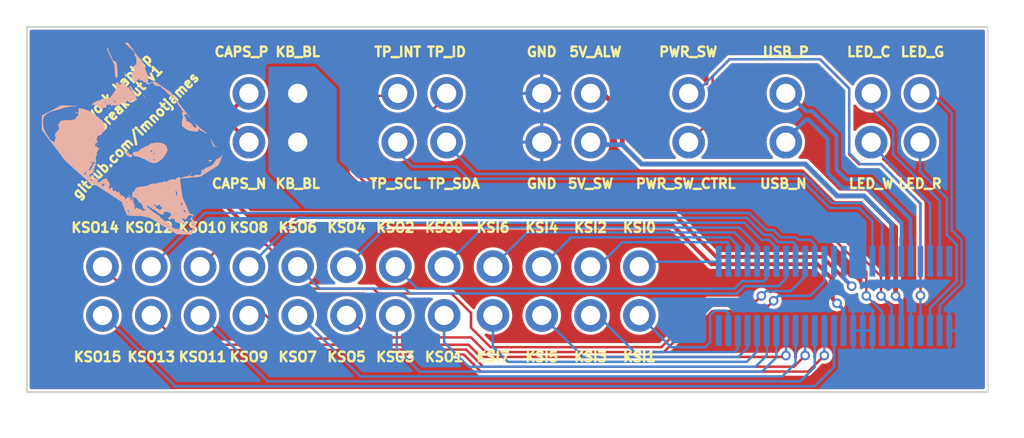
<source format=kicad_pcb>
(kicad_pcb (version 20211014) (generator pcbnew)
  (title_block (rev "1"))
  (layers (0 "F.Cu" signal) (31 "B.Cu" signal) (34 "B.Paste" user) (35 "F.Paste" user) (36 "B.SilkS" user "B.Silkscreen") (37 "F.SilkS" user "F.Silkscreen") (38 "B.Mask" user) (39 "F.Mask" user) (44 "Edge.Cuts" user))
  (net 0 "")
  (net 1 "GND")
  (net 2 "KSI1")
  (net 3 "KSI3")
  (net 4 "KSI5")
  (net 5 "KSI7")
  (net 6 "KSO1")
  (net 7 "KSO3")
  (net 8 "KSO5")
  (net 9 "KSO7")
  (net 10 "KSO9")
  (net 11 "KSO11")
  (net 12 "KSO13")
  (net 13 "KSO15")
  (net 14 "CAPS_P")
  (net 15 "TP_INT")
  (net 16 "TP_BOARD_ID")
  (net 17 "5V_ALWAYS")
  (net 18 "PWR_SWITCH_CTRL")
  (net 19 "FPR_LED_R")
  (net 20 "FPR_LED_G")
  (net 22 "FPR_LED_COM")
  (net 23 "FPR_LED_W")
  (net 24 "PWR_SWITCH")
  (net 25 "USB_P")
  (net 26 "USB_N")
  (net 27 "5V_SWITCHED")
  (net 28 "TP_SDA")
  (net 29 "TP_SCL")
  (net 30 "KBL_P")
  (net 31 "CAPS_N")
  (net 32 "KSO14")
  (net 33 "KSO12")
  (net 34 "KSO10")
  (net 35 "KSO8")
  (net 36 "KSO6")
  (net 37 "KSO4")
  (net 38 "KSO2")
  (net 39 "KSO0")
  (net 40 "KSI6")
  (net 41 "KSI4")
  (net 42 "KSI2")
  (net 43 "KSI0")
  (footprint "Connector_PinSocket_2.54mm:PinSocket_2x02_P2.54mm_Vertical" (layer "F.Cu") (at 139.84 89.459)
    (fp_text reference "J3" hide)
    (fp_text value "TOUCHPAD" hide)
    (pad "1" thru_hole circle (at 0 0) (size 1.7 1.7) (drill 1) (layers *.Cu *.Mask) (net 16 "TP_BOARD_ID"))
    (pad "2" thru_hole oval (at -2.54 0) (size 1.7 1.7) (drill 1) (layers *.Cu *.Mask) (net 15 "TP_INT"))
    (pad "3" thru_hole oval (at 0 2.54) (size 1.7 1.7) (drill 1) (layers *.Cu *.Mask) (net 28 "TP_SDA"))
    (pad "4" thru_hole oval (at -2.54 2.54) (size 1.7 1.7) (drill 1) (layers *.Cu *.Mask) (net 29 "TP_SCL"))
  )
  (footprint "Connector_PinSocket_2.54mm:PinSocket_2x02_P2.54mm_Vertical" (layer "F.Cu") (at 147.333 89.459)
    (fp_text reference "J8" hide)
    (fp_text value "POWER" hide)
    (pad "1" thru_hole circle (at 0 0) (size 1.7 1.7) (drill 1) (layers *.Cu *.Mask) (net 17 "5V_ALWAYS"))
    (pad "2" thru_hole oval (at -2.54 0) (size 1.7 1.7) (drill 1) (layers *.Cu *.Mask) (net 1 "GND"))
    (pad "3" thru_hole oval (at 0 2.54) (size 1.7 1.7) (drill 1) (layers *.Cu *.Mask) (net 27 "5V_SWITCHED"))
    (pad "4" thru_hole oval (at -2.54 2.54) (size 1.7 1.7) (drill 1) (layers *.Cu *.Mask) (net 1 "GND"))
  )
  (footprint "Connector_PinSocket_2.54mm:PinSocket_1x02_P2.54mm_Vertical" (layer "F.Cu") (at 157.493 89.459)
    (fp_text reference "J4" hide)
    (fp_text value "USB" hide)
    (pad "1" thru_hole circle (at 0 0) (size 1.7 1.7) (drill 1) (layers *.Cu *.Mask) (net 25 "USB_P"))
    (pad "2" thru_hole oval (at 0 2.54) (size 1.7 1.7) (drill 1) (layers *.Cu *.Mask) (net 26 "USB_N"))
  )
  (footprint "Connector_PinSocket_2.54mm:PinSocket_1x02_P2.54mm_Vertical" (layer "F.Cu") (at 152.437999 89.459)
    (fp_text reference "J7" hide)
    (fp_text value "POWER_SWITCH" hide)
    (pad "1" thru_hole circle (at 0 0) (size 1.7 1.7) (drill 1) (layers *.Cu *.Mask) (net 24 "PWR_SWITCH"))
    (pad "2" thru_hole oval (at 0 2.54) (size 1.7 1.7) (drill 1) (layers *.Cu *.Mask) (net 18 "PWR_SWITCH_CTRL"))
  )
  (footprint "Connector_PinSocket_2.54mm:PinSocket_2x02_P2.54mm_Vertical" (layer "F.Cu") (at 132.093 89.459)
    (fp_text reference "J6" hide)
    (fp_text value "KEYBOARD_BACKLIGHT" hide)
    (pad "1" thru_hole circle (at 0 0) (size 1.7 1.7) (drill 1) (layers *.Cu *.Mask) (net 30 "KBL_P"))
    (pad "2" thru_hole oval (at -2.54 0) (size 1.7 1.7) (drill 1) (layers *.Cu *.Mask) (net 14 "CAPS_P"))
    (pad "3" thru_hole oval (at 0 2.54) (size 1.7 1.7) (drill 1) (layers *.Cu *.Mask) (net 30 "KBL_P"))
    (pad "4" thru_hole oval (at -2.54 2.54) (size 1.7 1.7) (drill 1) (layers *.Cu *.Mask) (net 31 "CAPS_N"))
  )
  (footprint "Connector_PinSocket_2.54mm:PinSocket_2x12_P2.54mm_Vertical" (layer "F.Cu") (at 121.933 98.476 90)
    (fp_text reference "J2" hide)
    (fp_text value "KEEB_SCANNER" hide)
    (pad "1" thru_hole circle (at 0 0 90) (size 1.7 1.7) (drill 1) (layers *.Cu *.Mask) (net 32 "KSO14"))
    (pad "2" thru_hole oval (at -2.54 0 90) (size 1.7 1.7) (drill 1) (layers *.Cu *.Mask) (net 13 "KSO15"))
    (pad "3" thru_hole oval (at 0 2.54 90) (size 1.7 1.7) (drill 1) (layers *.Cu *.Mask) (net 33 "KSO12"))
    (pad "4" thru_hole oval (at -2.54 2.54 90) (size 1.7 1.7) (drill 1) (layers *.Cu *.Mask) (net 12 "KSO13"))
    (pad "5" thru_hole oval (at 0 5.08 90) (size 1.7 1.7) (drill 1) (layers *.Cu *.Mask) (net 34 "KSO10"))
    (pad "6" thru_hole oval (at -2.54 5.08 90) (size 1.7 1.7) (drill 1) (layers *.Cu *.Mask) (net 11 "KSO11"))
    (pad "7" thru_hole oval (at 0 7.62 90) (size 1.7 1.7) (drill 1) (layers *.Cu *.Mask) (net 35 "KSO8"))
    (pad "8" thru_hole oval (at -2.54 7.62 90) (size 1.7 1.7) (drill 1) (layers *.Cu *.Mask) (net 10 "KSO9"))
    (pad "9" thru_hole oval (at 0 10.16 90) (size 1.7 1.7) (drill 1) (layers *.Cu *.Mask) (net 36 "KSO6"))
    (pad "10" thru_hole oval (at -2.54 10.16 90) (size 1.7 1.7) (drill 1) (layers *.Cu *.Mask) (net 9 "KSO7"))
    (pad "11" thru_hole oval (at 0 12.7 90) (size 1.7 1.7) (drill 1) (layers *.Cu *.Mask) (net 37 "KSO4"))
    (pad "12" thru_hole oval (at -2.54 12.7 90) (size 1.7 1.7) (drill 1) (layers *.Cu *.Mask) (net 8 "KSO5"))
    (pad "13" thru_hole oval (at 0 15.24 90) (size 1.7 1.7) (drill 1) (layers *.Cu *.Mask) (net 38 "KSO2"))
    (pad "14" thru_hole oval (at -2.54 15.24 90) (size 1.7 1.7) (drill 1) (layers *.Cu *.Mask) (net 7 "KSO3"))
    (pad "15" thru_hole oval (at 0 17.78 90) (size 1.7 1.7) (drill 1) (layers *.Cu *.Mask) (net 39 "KSO0"))
    (pad "16" thru_hole oval (at -2.54 17.78 90) (size 1.7 1.7) (drill 1) (layers *.Cu *.Mask) (net 6 "KSO1"))
    (pad "17" thru_hole oval (at 0 20.32 90) (size 1.7 1.7) (drill 1) (layers *.Cu *.Mask) (net 40 "KSI6"))
    (pad "18" thru_hole oval (at -2.54 20.32 90) (size 1.7 1.7) (drill 1) (layers *.Cu *.Mask) (net 5 "KSI7"))
    (pad "19" thru_hole oval (at 0 22.86 90) (size 1.7 1.7) (drill 1) (layers *.Cu *.Mask) (net 41 "KSI4"))
    (pad "20" thru_hole oval (at -2.54 22.86 90) (size 1.7 1.7) (drill 1) (layers *.Cu *.Mask) (net 4 "KSI5"))
    (pad "21" thru_hole oval (at 0 25.4 90) (size 1.7 1.7) (drill 1) (layers *.Cu *.Mask) (net 42 "KSI2"))
    (pad "22" thru_hole oval (at -2.54 25.4 90) (size 1.7 1.7) (drill 1) (layers *.Cu *.Mask) (net 3 "KSI3"))
    (pad "23" thru_hole oval (at 0 27.94 90) (size 1.7 1.7) (drill 1) (layers *.Cu *.Mask) (net 43 "KSI0"))
    (pad "24" thru_hole oval (at -2.54 27.94 90) (size 1.7 1.7) (drill 1) (layers *.Cu *.Mask) (net 2 "KSI1"))
  )
  (footprint "Connector_PinSocket_2.54mm:PinSocket_2x02_P2.54mm_Vertical" (layer "F.Cu") (at 164.478 89.459)
    (fp_text reference "J5" hide)
    (fp_text value "FINGERPRINT_LED" hide)
    (pad "1" thru_hole circle (at 0 0) (size 1.7 1.7) (drill 1) (layers *.Cu *.Mask) (net 20 "FPR_LED_G"))
    (pad "2" thru_hole oval (at -2.54 0) (size 1.7 1.7) (drill 1) (layers *.Cu *.Mask) (net 22 "FPR_LED_COM"))
    (pad "3" thru_hole oval (at 0 2.54) (size 1.7 1.7) (drill 1) (layers *.Cu *.Mask) (net 19 "FPR_LED_R"))
    (pad "4" thru_hole oval (at -2.54 2.54) (size 1.7 1.7) (drill 1) (layers *.Cu *.Mask) (net 23 "FPR_LED_W"))
  )
  (footprint "footprints:10156001-051100LF" (layer "B.Cu") (at 160 100)
    (fp_text reference "J1" hide)
    (fp_text value "Conn_02x25_Odd_Even" hide)
    (pad "1" smd rect (at -6 1.8) (size 0.3 1.6) (layers "B.Cu" "B.Paste" "B.Mask"))
    (pad "2" smd rect (at -5.5 1.8) (size 0.3 1.6) (layers "B.Cu" "B.Paste" "B.Mask") (net 2 "KSI1"))
    (pad "3" smd rect (at -5 1.8) (size 0.3 1.6) (layers "B.Cu" "B.Paste" "B.Mask") (net 3 "KSI3"))
    (pad "4" smd rect (at -4.5 1.8) (size 0.3 1.6) (layers "B.Cu" "B.Paste" "B.Mask") (net 4 "KSI5"))
    (pad "5" smd rect (at -4 1.8) (size 0.3 1.6) (layers "B.Cu" "B.Paste" "B.Mask") (net 5 "KSI7"))
    (pad "6" smd rect (at -3.5 1.8) (size 0.3 1.6) (layers "B.Cu" "B.Paste" "B.Mask") (net 6 "KSO1"))
    (pad "7" smd rect (at -3 1.8) (size 0.3 1.6) (layers "B.Cu" "B.Paste" "B.Mask") (net 7 "KSO3"))
    (pad "8" smd rect (at -2.5 1.8) (size 0.3 1.6) (layers "B.Cu" "B.Paste" "B.Mask") (net 8 "KSO5"))
    (pad "9" smd rect (at -2 1.8) (size 0.3 1.6) (layers "B.Cu" "B.Paste" "B.Mask") (net 9 "KSO7"))
    (pad "10" smd rect (at -1.5 1.8) (size 0.3 1.6) (layers "B.Cu" "B.Paste" "B.Mask") (net 10 "KSO9"))
    (pad "11" smd rect (at -1 1.8) (size 0.3 1.6) (layers "B.Cu" "B.Paste" "B.Mask") (net 11 "KSO11"))
    (pad "12" smd rect (at -0.5 1.8) (size 0.3 1.6) (layers "B.Cu" "B.Paste" "B.Mask") (net 12 "KSO13"))
    (pad "13" smd rect (at 0 1.8) (size 0.3 1.6) (layers "B.Cu" "B.Paste" "B.Mask") (net 13 "KSO15"))
    (pad "14" smd rect (at 0.5 1.8) (size 0.3 1.6) (layers "B.Cu" "B.Paste" "B.Mask") (net 14 "CAPS_P"))
    (pad "15" smd rect (at 1 1.8) (size 0.3 1.6) (layers "B.Cu" "B.Paste" "B.Mask") (net 1 "GND"))
    (pad "16" smd rect (at 1.5 1.8) (size 0.3 1.6) (layers "B.Cu" "B.Paste" "B.Mask") (net 1 "GND"))
    (pad "17" smd rect (at 2 1.8) (size 0.3 1.6) (layers "B.Cu" "B.Paste" "B.Mask") (net 1 "GND"))
    (pad "18" smd rect (at 2.5 1.8) (size 0.3 1.6) (layers "B.Cu" "B.Paste" "B.Mask") (net 15 "TP_INT"))
    (pad "19" smd rect (at 3 1.8) (size 0.3 1.6) (layers "B.Cu" "B.Paste" "B.Mask") (net 16 "TP_BOARD_ID"))
    (pad "20" smd rect (at 3.5 1.8) (size 0.3 1.6) (layers "B.Cu" "B.Paste" "B.Mask") (net 17 "5V_ALWAYS"))
    (pad "21" smd rect (at 4 1.8) (size 0.3 1.6) (layers "B.Cu" "B.Paste" "B.Mask") (net 1 "GND"))
    (pad "22" smd rect (at 4.5 1.8) (size 0.3 1.6) (layers "B.Cu" "B.Paste" "B.Mask") (net 18 "PWR_SWITCH_CTRL"))
    (pad "23" smd rect (at 5 1.8) (size 0.3 1.6) (layers "B.Cu" "B.Paste" "B.Mask") (net 19 "FPR_LED_R"))
    (pad "24" smd rect (at 5.5 1.8) (size 0.3 1.6) (layers "B.Cu" "B.Paste" "B.Mask") (net 20 "FPR_LED_G"))
    (pad "25" smd rect (at 6 1.8) (size 0.3 1.6) (layers "B.Cu" "B.Paste" "B.Mask") (net 1 "GND"))
    (pad "26" smd rect (at 6 -1.8) (size 0.3 1.6) (layers "B.Cu" "B.Paste" "B.Mask"))
    (pad "27" smd rect (at 5.5 -1.8) (size 0.3 1.6) (layers "B.Cu" "B.Paste" "B.Mask") (net 22 "FPR_LED_COM"))
    (pad "28" smd rect (at 5 -1.8) (size 0.3 1.6) (layers "B.Cu" "B.Paste" "B.Mask") (net 23 "FPR_LED_W"))
    (pad "29" smd rect (at 4.5 -1.8) (size 0.3 1.6) (layers "B.Cu" "B.Paste" "B.Mask") (net 24 "PWR_SWITCH"))
    (pad "30" smd rect (at 4 -1.8) (size 0.3 1.6) (layers "B.Cu" "B.Paste" "B.Mask") (net 25 "USB_P"))
    (pad "31" smd rect (at 3.5 -1.8) (size 0.3 1.6) (layers "B.Cu" "B.Paste" "B.Mask") (net 26 "USB_N"))
    (pad "32" smd rect (at 3 -1.8) (size 0.3 1.6) (layers "B.Cu" "B.Paste" "B.Mask") (net 27 "5V_SWITCHED"))
    (pad "33" smd rect (at 2.5 -1.8) (size 0.3 1.6) (layers "B.Cu" "B.Paste" "B.Mask") (net 28 "TP_SDA"))
    (pad "34" smd rect (at 2 -1.8) (size 0.3 1.6) (layers "B.Cu" "B.Paste" "B.Mask") (net 29 "TP_SCL"))
    (pad "35" smd rect (at 1.5 -1.8) (size 0.3 1.6) (layers "B.Cu" "B.Paste" "B.Mask") (net 30 "KBL_P"))
    (pad "36" smd rect (at 1 -1.8) (size 0.3 1.6) (layers "B.Cu" "B.Paste" "B.Mask") (net 30 "KBL_P"))
    (pad "37" smd rect (at 0.5 -1.8) (size 0.3 1.6) (layers "B.Cu" "B.Paste" "B.Mask") (net 31 "CAPS_N"))
    (pad "38" smd rect (at 0 -1.8) (size 0.3 1.6) (layers "B.Cu" "B.Paste" "B.Mask") (net 1 "GND"))
    (pad "39" smd rect (at -0.5 -1.8) (size 0.3 1.6) (layers "B.Cu" "B.Paste" "B.Mask") (net 32 "KSO14"))
    (pad "40" smd rect (at -1 -1.8) (size 0.3 1.6) (layers "B.Cu" "B.Paste" "B.Mask") (net 33 "KSO12"))
    (pad "41" smd rect (at -1.5 -1.8) (size 0.3 1.6) (layers "B.Cu" "B.Paste" "B.Mask") (net 34 "KSO10"))
    (pad "42" smd rect (at -2 -1.8) (size 0.3 1.6) (layers "B.Cu" "B.Paste" "B.Mask") (net 35 "KSO8"))
    (pad "43" smd rect (at -2.5 -1.8) (size 0.3 1.6) (layers "B.Cu" "B.Paste" "B.Mask") (net 36 "KSO6"))
    (pad "44" smd rect (at -3 -1.8) (size 0.3 1.6) (layers "B.Cu" "B.Paste" "B.Mask") (net 37 "KSO4"))
    (pad "45" smd rect (at -3.5 -1.8) (size 0.3 1.6) (layers "B.Cu" "B.Paste" "B.Mask") (net 38 "KSO2"))
    (pad "46" smd rect (at -4 -1.8) (size 0.3 1.6) (layers "B.Cu" "B.Paste" "B.Mask") (net 39 "KSO0"))
    (pad "47" smd rect (at -4.5 -1.8) (size 0.3 1.6) (layers "B.Cu" "B.Paste" "B.Mask") (net 40 "KSI6"))
    (pad "48" smd rect (at -5 -1.8) (size 0.3 1.6) (layers "B.Cu" "B.Paste" "B.Mask") (net 41 "KSI4"))
    (pad "49" smd rect (at -5.5 -1.8) (size 0.3 1.6) (layers "B.Cu" "B.Paste" "B.Mask") (net 42 "KSI2"))
    (pad "50" smd rect (at -6 -1.8) (size 0.3 1.6) (layers "B.Cu" "B.Paste" "B.Mask") (net 43 "KSI0"))
  )
  (footprint "footprints:trash_10mm" (layer "B.Cu") (at 123.5 91.8 180)
    (fp_text reference "G***" hide)
    (fp_text value "LOGO" hide)
  )
  (gr_rect (start 168 105) (end 118 86) (layer "Edge.Cuts") (width 0.1) (fill none))
  (gr_text "KB_BL" (at 132.093 87.3) (layer "F.SilkS") (effects (font (size 0.5 0.5) (thickness 0.125))))
  (gr_text "KSO11" (at 127.14 103.175) (layer "F.SilkS") (effects (font (size 0.5 0.5) (thickness 0.125))))
  (gr_text "KSO8" (at 129.553 96.444) (layer "F.SilkS") (effects (font (size 0.5 0.5) (thickness 0.125))))
  (gr_text "KSI1" (at 149.873 103.175) (layer "F.SilkS") (effects (font (size 0.5 0.5) (thickness 0.125))))
  (gr_text "KSI2" (at 147.333 96.444) (layer "F.SilkS") (effects (font (size 0.5 0.5) (thickness 0.125))))
  (gr_text "5V_ALW" (at 147.587 87.3) (layer "F.SilkS") (effects (font (size 0.5 0.5) (thickness 0.125))))
  (gr_text "KSO1" (at 139.713 103.175) (layer "F.SilkS") (effects (font (size 0.5 0.5) (thickness 0.125))))
  (gr_text "GND" (at 144.793 94.158) (layer "F.SilkS") (effects (font (size 0.5 0.5) (thickness 0.125))))
  (gr_text "KSI5" (at 144.793 103.175) (layer "F.SilkS") (effects (font (size 0.5 0.5) (thickness 0.125))))
  (gr_text "KSO5" (at 134.633 103.175) (layer "F.SilkS") (effects (font (size 0.5 0.5) (thickness 0.125))))
  (gr_text "TP_SDA" (at 140.221 94.158) (layer "F.SilkS") (effects (font (size 0.5 0.5) (thickness 0.125))))
  (gr_text "KSO7" (at 132.093 103.175) (layer "F.SilkS") (effects (font (size 0.5 0.5) (thickness 0.125))))
  (gr_text "PWR_SW" (at 152.413 87.3) (layer "F.SilkS") (effects (font (size 0.5 0.5) (thickness 0.125))))
  (gr_text "KSO12" (at 124.346 96.444) (layer "F.SilkS") (effects (font (size 0.5 0.5) (thickness 0.125))))
  (gr_text "LED_C" (at 161.811 87.3) (layer "F.SilkS") (effects (font (size 0.5 0.5) (thickness 0.125))))
  (gr_text "KSO14" (at 121.552 96.444) (layer "F.SilkS") (effects (font (size 0.5 0.5) (thickness 0.125))))
  (gr_text "KB_BL" (at 132.093 94.158) (layer "F.SilkS") (effects (font (size 0.5 0.5) (thickness 0.125))))
  (gr_text "LED_R" (at 164.478 94.158) (layer "F.SilkS") (effects (font (size 0.5 0.5) (thickness 0.125))))
  (gr_text "USB_N" (at 157.366 94.158) (layer "F.SilkS") (effects (font (size 0.5 0.5) (thickness 0.125))))
  (gr_text "Framework Laptop\nInput Breakout v${REVISION}\n\ngithub.com/imnotjames" (at 122.8 90.8 45) (layer "F.SilkS") (effects (font (size 0.5 0.5) (thickness 0.125))))
  (gr_text "TP_INT" (at 137.3 87.3) (layer "F.SilkS") (effects (font (size 0.5 0.5) (thickness 0.125))))
  (gr_text "CAPS_P" (at 129.172 87.3) (layer "F.SilkS") (effects (font (size 0.5 0.5) (thickness 0.125))))
  (gr_text "KSI4" (at 144.793 96.444) (layer "F.SilkS") (effects (font (size 0.5 0.5) (thickness 0.125))))
  (gr_text "KSO13" (at 124.473 103.175) (layer "F.SilkS") (effects (font (size 0.5 0.5) (thickness 0.125))))
  (gr_text "KSI0" (at 149.873 96.444) (layer "F.SilkS") (effects (font (size 0.5 0.5) (thickness 0.125))))
  (gr_text "USB_P" (at 157.493 87.3) (layer "F.SilkS") (effects (font (size 0.5 0.5) (thickness 0.125))))
  (gr_text "KSO3" (at 137.173 103.175) (layer "F.SilkS") (effects (font (size 0.5 0.5) (thickness 0.125))))
  (gr_text "KSO15" (at 121.679 103.175) (layer "F.SilkS") (effects (font (size 0.5 0.5) (thickness 0.125))))
  (gr_text "TP_ID" (at 139.84 87.3) (layer "F.SilkS") (effects (font (size 0.5 0.5) (thickness 0.125))))
  (gr_text "CAPS_N" (at 129.045 94.158) (layer "F.SilkS") (effects (font (size 0.5 0.5) (thickness 0.125))))
  (gr_text "KSO0" (at 139.713 96.444) (layer "F.SilkS") (effects (font (size 0.5 0.5) (thickness 0.125))))
  (gr_text "PWR_SW_CTRL" (at 152.286 94.158) (layer "F.SilkS") (effects (font (size 0.5 0.5) (thickness 0.125))))
  (gr_text "KSO6" (at 132.093 96.444) (layer "F.SilkS") (effects (font (size 0.5 0.5) (thickness 0.125))))
  (gr_text "KSI7" (at 142.253 103.175) (layer "F.SilkS") (effects (font (size 0.5 0.5) (thickness 0.125))))
  (gr_text "LED_G" (at 164.605 87.3) (layer "F.SilkS") (effects (font (size 0.5 0.5) (thickness 0.125))))
  (gr_text "KSI3" (at 147.333 103.175) (layer "F.SilkS") (effects (font (size 0.5 0.5) (thickness 0.125))))
  (gr_text "TP_SCL" (at 137.173 94.158) (layer "F.SilkS") (effects (font (size 0.5 0.5) (thickness 0.125))))
  (gr_text "KSO10" (at 127.14 96.444) (layer "F.SilkS") (effects (font (size 0.5 0.5) (thickness 0.125))))
  (gr_text "LED_W" (at 161.938 94.158) (layer "F.SilkS") (effects (font (size 0.5 0.5) (thickness 0.125))))
  (gr_text "KSO2" (at 137.173 96.444) (layer "F.SilkS") (effects (font (size 0.5 0.5) (thickness 0.125))))
  (gr_text "KSO9" (at 129.553 103.175) (layer "F.SilkS") (effects (font (size 0.5 0.5) (thickness 0.125))))
  (gr_text "GND" (at 144.793 87.3) (layer "F.SilkS") (effects (font (size 0.5 0.5) (thickness 0.125))))
  (gr_text "KSO4" (at 134.633 96.444) (layer "F.SilkS") (effects (font (size 0.5 0.5) (thickness 0.125))))
  (gr_text "KSI6" (at 142.253 96.444) (layer "F.SilkS") (effects (font (size 0.5 0.5) (thickness 0.125))))
  (gr_text "5V_SW" (at 147.333 94.158) (layer "F.SilkS") (effects (font (size 0.5 0.5) (thickness 0.125))))
  (segment (start 154.362 100.762) (end 153.81 100.762) (width 0.127) (layer "B.Cu") (net 2))
  (segment (start 154.5 100.9) (end 154.362 100.762) (width 0.127) (layer "B.Cu") (net 2))
  (segment (start 154.5 101.8) (end 154.5 100.9) (width 0.127) (layer "B.Cu") (net 2))
  (segment (start 151.524 102.667) (end 149.873 101.016) (width 0.127) (layer "B.Cu") (net 2))
  (segment (start 153.556 101.016) (end 153.556 102.413) (width 0.127) (layer "B.Cu") (net 2))
  (segment (start 153.556 102.413) (end 153.302 102.667) (width 0.127) (layer "B.Cu") (net 2))
  (segment (start 153.81 100.762) (end 153.556 101.016) (width 0.127) (layer "B.Cu") (net 2))
  (segment (start 153.302 102.667) (end 151.524 102.667) (width 0.127) (layer "B.Cu") (net 2))
  (segment (start 155 102.747) (end 154.826 102.921) (width 0.127) (layer "B.Cu") (net 3))
  (segment (start 149.619 102.921) (end 147.333 100.635) (width 0.127) (layer "B.Cu") (net 3))
  (segment (start 154.826 102.921) (end 149.619 102.921) (width 0.127) (layer "B.Cu") (net 3))
  (segment (start 155 101.8) (end 155 102.747) (width 0.127) (layer "B.Cu") (net 3))
  (segment (start 147.333 100.635) (end 147.333 101.016) (width 0.127) (layer "B.Cu") (net 3))
  (segment (start 146.952 103.175) (end 144.793 101.016) (width 0.127) (layer "B.Cu") (net 4))
  (segment (start 155.5 102.7) (end 155.025 103.175) (width 0.127) (layer "B.Cu") (net 4))
  (segment (start 155.025 103.175) (end 146.952 103.175) (width 0.127) (layer "B.Cu") (net 4))
  (segment (start 155.5 101.8) (end 155.5 102.7) (width 0.127) (layer "B.Cu") (net 4))
  (segment (start 156 101.8) (end 156 102.89) (width 0.127) (layer "B.Cu") (net 5))
  (segment (start 142.253 102.653) (end 142.253 101.016) (width 0.127) (layer "B.Cu") (net 5))
  (segment (start 156 102.89) (end 155.461 103.429) (width 0.127) (layer "B.Cu") (net 5))
  (segment (start 143.029 103.429) (end 142.253 102.653) (width 0.127) (layer "B.Cu") (net 5))
  (segment (start 155.461 103.429) (end 143.029 103.429) (width 0.127) (layer "B.Cu") (net 5))
  (segment (start 155.917 103.683) (end 140.983 103.683) (width 0.127) (layer "B.Cu") (net 6))
  (segment (start 156.5 101.8) (end 156.5 103.1) (width 0.127) (layer "B.Cu") (net 6))
  (segment (start 140.983 103.683) (end 139.713 102.413) (width 0.127) (layer "B.Cu") (net 6))
  (segment (start 139.713 102.413) (end 139.713 101.016) (width 0.127) (layer "B.Cu") (net 6))
  (segment (start 156.5 103.1) (end 155.917 103.683) (width 0.127) (layer "B.Cu") (net 6))
  (segment (start 137.25 101) (end 137.25 102.75) (width 0.127) (layer "B.Cu") (net 7))
  (segment (start 138.437 103.937) (end 156.263 103.937) (width 0.127) (layer "B.Cu") (net 7))
  (segment (start 157 103.2) (end 157 101.8) (width 0.127) (layer "B.Cu") (net 7))
  (segment (start 137.25 102.75) (end 138.437 103.937) (width 0.127) (layer "B.Cu") (net 7))
  (segment (start 156.263 103.937) (end 157 103.2) (width 0.127) (layer "B.Cu") (net 7))
  (segment (start 140.983 102.54) (end 136.157 102.54) (width 0.127) (layer "F.Cu") (net 8))
  (segment (start 157.425 103.175) (end 141.618 103.175) (width 0.127) (layer "F.Cu") (net 8))
  (segment (start 136.157 102.54) (end 134.633 101.016) (width 0.127) (layer "F.Cu") (net 8))
  (segment (start 157.5 103.1) (end 157.425 103.175) (width 0.127) (layer "F.Cu") (net 8))
  (segment (start 141.618 103.175) (end 140.983 102.54) (width 0.127) (layer "F.Cu") (net 8))
  (via (at 157.5 103.1) (size 0.5) (drill 0.3) (layers "F.Cu" "B.Cu") (net 8))
  (segment (start 157.5 101.8) (end 157.5 103.1) (width 0.127) (layer "B.Cu") (net 8))
  (segment (start 135.361 104.191) (end 157.309 104.191) (width 0.127) (layer "B.Cu") (net 9))
  (segment (start 132.17 101) (end 135.361 104.191) (width 0.127) (layer "B.Cu") (net 9))
  (segment (start 157.309 104.191) (end 158 103.5) (width 0.127) (layer "B.Cu") (net 9))
  (segment (start 158 103.5) (end 158 101.8) (width 0.127) (layer "B.Cu") (net 9))
  (segment (start 136.03 102.794) (end 140.856 102.794) (width 0.127) (layer "F.Cu") (net 10))
  (segment (start 130.426 101) (end 131.6485 102.2225) (width 0.127) (layer "F.Cu") (net 10))
  (segment (start 135.4585 102.2225) (end 136.03 102.794) (width 0.127) (layer "F.Cu") (net 10))
  (segment (start 140.856 102.794) (end 141.745 103.683) (width 0.127) (layer "F.Cu") (net 10))
  (segment (start 157.917 103.683) (end 158.5 103.1) (width 0.127) (layer "F.Cu") (net 10))
  (segment (start 131.6485 102.2225) (end 135.4585 102.2225) (width 0.127) (layer "F.Cu") (net 10))
  (segment (start 141.745 103.683) (end 157.917 103.683) (width 0.127) (layer "F.Cu") (net 10))
  (segment (start 129.63 101) (end 130.426 101) (width 0.127) (layer "F.Cu") (net 10))
  (via (at 158.5 103.1) (size 0.5) (drill 0.3) (layers "F.Cu" "B.Cu") (net 10))
  (segment (start 158.5 101.8) (end 158.5 103.1) (width 0.127) (layer "B.Cu") (net 10))
  (segment (start 159 103.7) (end 159 101.8) (width 0.127) (layer "B.Cu") (net 11))
  (segment (start 130.535 104.445) (end 158.255 104.445) (width 0.127) (layer "B.Cu") (net 11))
  (segment (start 127.09 101) (end 130.535 104.445) (width 0.127) (layer "B.Cu") (net 11))
  (segment (start 158.255 104.445) (end 159 103.7) (width 0.127) (layer "B.Cu") (net 11))
  (segment (start 124.473 101.016) (end 125.997 102.54) (width 0.127) (layer "F.Cu") (net 12))
  (segment (start 135.903 103.048) (end 140.729 103.048) (width 0.127) (layer "F.Cu") (net 12))
  (segment (start 141.618 103.937) (end 158.663 103.937) (width 0.127) (layer "F.Cu") (net 12))
  (segment (start 140.729 103.048) (end 141.618 103.937) (width 0.127) (layer "F.Cu") (net 12))
  (segment (start 158.663 103.937) (end 159.5 103.1) (width 0.127) (layer "F.Cu") (net 12))
  (segment (start 125.997 102.54) (end 135.395 102.54) (width 0.127) (layer "F.Cu") (net 12))
  (segment (start 135.395 102.54) (end 135.903 103.048) (width 0.127) (layer "F.Cu") (net 12))
  (via (at 159.5 103.1) (size 0.5) (drill 0.3) (layers "F.Cu" "B.Cu") (net 12))
  (segment (start 159.5 101.8) (end 159.5 103.1) (width 0.127) (layer "B.Cu") (net 12))
  (segment (start 159.001 104.699) (end 160 103.7) (width 0.127) (layer "B.Cu") (net 13))
  (segment (start 160 103.7) (end 160 101.8) (width 0.127) (layer "B.Cu") (net 13))
  (segment (start 125.709 104.699) (end 159.001 104.699) (width 0.127) (layer "B.Cu") (net 13))
  (segment (start 122.01 101) (end 125.709 104.699) (width 0.127) (layer "B.Cu") (net 13))
  (segment (start 153.6188 98.349) (end 151.5578 96.288) (width 0.2) (layer "F.Cu") (net 14))
  (segment (start 159.934999 100.155999) (end 159.934999 99.139999) (width 0.2) (layer "F.Cu") (net 14))
  (segment (start 126.534 93.4892) (end 126.534 91.6518) (width 0.2) (layer "F.Cu") (net 14))
  (segment (start 151.5578 96.288) (end 129.3328 96.288) (width 0.2) (layer "F.Cu") (net 14))
  (segment (start 128.508001 90.503999) (end 129.553 89.459) (width 0.2) (layer "F.Cu") (net 14))
  (segment (start 159.934999 99.139999) (end 159.144 98.349) (width 0.2) (layer "F.Cu") (net 14))
  (segment (start 160.16 100.381) (end 159.934999 100.155999) (width 0.2) (layer "F.Cu") (net 14))
  (segment (start 127.681801 90.503999) (end 128.508001 90.503999) (width 0.2) (layer "F.Cu") (net 14))
  (segment (start 159.144 98.349) (end 153.6188 98.349) (width 0.2) (layer "F.Cu") (net 14))
  (segment (start 129.3328 96.288) (end 126.534 93.4892) (width 0.2) (layer "F.Cu") (net 14))
  (segment (start 126.534 91.6518) (end 127.681801 90.503999) (width 0.2) (layer "F.Cu") (net 14))
  (via (at 160.16 100.381) (size 0.5) (drill 0.3) (layers "F.Cu" "B.Cu") (net 14))
  (segment (start 160.5 100.721) (end 160.5 101.8) (width 0.2) (layer "B.Cu") (net 14))
  (segment (start 160.16 100.381) (end 160.5 100.721) (width 0.2) (layer "B.Cu") (net 14))
  (segment (start 157.874 94.92) (end 136.411 94.92) (width 0.127) (layer "F.Cu") (net 15))
  (segment (start 136.03 89.586) (end 137.3 89.586) (width 0.127) (layer "F.Cu") (net 15))
  (segment (start 135.014 93.523) (end 135.014 90.602) (width 0.127) (layer "F.Cu") (net 15))
  (segment (start 161.684 100) (end 161.684 98.73) (width 0.127) (layer "F.Cu") (net 15))
  (segment (start 135.014 90.602) (end 136.03 89.586) (width 0.127) (layer "F.Cu") (net 15))
  (segment (start 161.684 98.73) (end 157.874 94.92) (width 0.127) (layer "F.Cu") (net 15))
  (segment (start 136.411 94.92) (end 135.014 93.523) (width 0.127) (layer "F.Cu") (net 15))
  (via (at 161.684 100) (size 0.5) (drill 0.3) (layers "F.Cu" "B.Cu") (net 15))
  (segment (start 161.684 100) (end 162.5 100.816) (width 0.127) (layer "B.Cu") (net 15))
  (segment (start 162.5 100.816) (end 162.5 101.8) (width 0.127) (layer "B.Cu") (net 15))
  (segment (start 162.446 100) (end 162.446 98.984) (width 0.127) (layer "F.Cu") (net 16))
  (segment (start 135.776 90.856) (end 138.57 90.856) (width 0.127) (layer "F.Cu") (net 16))
  (segment (start 136.538 94.666) (end 135.268 93.396) (width 0.127) (layer "F.Cu") (net 16))
  (segment (start 138.57 90.856) (end 139.84 89.586) (width 0.127) (layer "F.Cu") (net 16))
  (segment (start 162.446 98.984) (end 158.128 94.666) (width 0.127) (layer "F.Cu") (net 16))
  (segment (start 135.268 93.396) (end 135.268 91.364) (width 0.127) (layer "F.Cu") (net 16))
  (segment (start 135.268 91.364) (end 135.776 90.856) (width 0.127) (layer "F.Cu") (net 16))
  (segment (start 158.128 94.666) (end 136.538 94.666) (width 0.127) (layer "F.Cu") (net 16))
  (via (at 162.446 100) (size 0.5) (drill 0.3) (layers "F.Cu" "B.Cu") (net 16))
  (segment (start 163 101.8) (end 163 100.554) (width 0.127) (layer "B.Cu") (net 16))
  (segment (start 163 100.554) (end 162.446 100) (width 0.127) (layer "B.Cu") (net 16))
  (segment (start 160.16 94.793) (end 158.509 93.142) (width 0.25) (layer "F.Cu") (net 17))
  (segment (start 158.509 93.142) (end 150 93.142) (width 0.25) (layer "F.Cu") (net 17))
  (segment (start 161.557 94.793) (end 160.16 94.793) (width 0.25) (layer "F.Cu") (net 17))
  (segment (start 148.984 90.475) (end 148.095 89.586) (width 0.25) (layer "F.Cu") (net 17))
  (segment (start 163.208 96.444) (end 161.557 94.793) (width 0.25) (layer "F.Cu") (net 17))
  (segment (start 148.095 89.586) (end 147.333 89.586) (width 0.25) (layer "F.Cu") (net 17))
  (segment (start 150 93.142) (end 148.984 92.126) (width 0.25) (layer "F.Cu") (net 17))
  (segment (start 163.208 100) (end 163.208 96.444) (width 0.25) (layer "F.Cu") (net 17))
  (segment (start 148.984 92.126) (end 148.984 90.475) (width 0.25) (layer "F.Cu") (net 17))
  (via (at 163.208 100) (size 0.5) (drill 0.3) (layers "F.Cu" "B.Cu") (net 17))
  (segment (start 163.5 100.292) (end 163.208 100) (width 0.25) (layer "B.Cu") (net 17))
  (segment (start 163.5 101.8) (end 163.5 100.292) (width 0.25) (layer "B.Cu") (net 17))
  (segment (start 159.271 87.681) (end 154.572 87.681) (width 0.127) (layer "F.Cu") (net 18))
  (segment (start 153.683 90.773998) (end 152.437999 92.018999) (width 0.127) (layer "F.Cu") (net 18))
  (segment (start 160.795 92.634) (end 160.795 89.205) (width 0.127) (layer "F.Cu") (net 18))
  (segment (start 164.5 95.196) (end 162.446 93.142) (width 0.127) (layer "F.Cu") (net 18))
  (segment (start 153.683 88.57) (end 153.683 90.773998) (width 0.127) (layer "F.Cu") (net 18))
  (segment (start 162.446 93.142) (end 161.303 93.142) (width 0.127) (layer "F.Cu") (net 18))
  (segment (start 161.303 93.142) (end 160.795 92.634) (width 0.127) (layer "F.Cu") (net 18))
  (segment (start 154.572 87.681) (end 153.683 88.57) (width 0.127) (layer "F.Cu") (net 18))
  (segment (start 164.5 99.978) (end 164.5 95.196) (width 0.127) (layer "F.Cu") (net 18))
  (segment (start 160.795 89.205) (end 159.271 87.681) (width 0.127) (layer "F.Cu") (net 18))
  (via (at 164.5 99.978) (size 0.5) (drill 0.3) (layers "F.Cu" "B.Cu") (net 18))
  (segment (start 164.5 101.8) (end 164.5 99.978) (width 0.127) (layer "B.Cu") (net 18))
  (segment (start 166.383 99.238) (end 166.383 97.333) (width 0.127) (layer "B.Cu") (net 19))
  (segment (start 165 100.621) (end 166.383 99.238) (width 0.127) (layer "B.Cu") (net 19))
  (segment (start 165.875 94.92) (end 164.478 93.523) (width 0.127) (layer "B.Cu") (net 19))
  (segment (start 166.383 97.333) (end 165.875 96.825) (width 0.127) (layer "B.Cu") (net 19))
  (segment (start 165.875 96.825) (end 165.875 94.92) (width 0.127) (layer "B.Cu") (net 19))
  (segment (start 165 101.8) (end 165 100.621) (width 0.127) (layer "B.Cu") (net 19))
  (segment (start 164.478 93.523) (end 164.478 91.872) (width 0.127) (layer "B.Cu") (net 19))
  (segment (start 165.5 101.8) (end 165.5 100.502) (width 0.127) (layer "B.Cu") (net 20))
  (segment (start 166.129 96.571) (end 166.129 90.475) (width 0.127) (layer "B.Cu") (net 20))
  (segment (start 166.637 99.365) (end 166.637 97.079) (width 0.127) (layer "B.Cu") (net 20))
  (segment (start 165.5 100.502) (end 166.637 99.365) (width 0.127) (layer "B.Cu") (net 20))
  (segment (start 166.637 97.079) (end 166.129 96.571) (width 0.127) (layer "B.Cu") (net 20))
  (segment (start 166.129 90.475) (end 164.986 89.332) (width 0.127) (layer "B.Cu") (net 20))
  (segment (start 164.986 89.332) (end 164.478 89.332) (width 0.127) (layer "B.Cu") (net 20))
  (segment (start 163.081 92.634) (end 163.081 91.364) (width 0.127) (layer "B.Cu") (net 22))
  (segment (start 165.5 98.2) (end 165.5 95.053) (width 0.127) (layer "B.Cu") (net 22))
  (segment (start 163.081 91.364) (end 161.938 90.221) (width 0.127) (layer "B.Cu") (net 22))
  (segment (start 161.938 90.221) (end 161.938 89.332) (width 0.127) (layer "B.Cu") (net 22))
  (segment (start 165.5 95.053) (end 163.081 92.634) (width 0.127) (layer "B.Cu") (net 22))
  (segment (start 165 98.2) (end 165 95.188) (width 0.127) (layer "B.Cu") (net 23))
  (segment (start 165 95.188) (end 161.938 92.126) (width 0.127) (layer "B.Cu") (net 23))
  (segment (start 161.938 92.126) (end 161.938 91.872) (width 0.127) (layer "B.Cu") (net 23))
  (segment (start 152.774001 89.478999) (end 152.437999 89.478999) (width 0.127) (layer "B.Cu") (net 24))
  (segment (start 154.572 87.681) (end 152.774001 89.478999) (width 0.127) (layer "B.Cu") (net 24))
  (segment (start 160.795 89.205) (end 159.271 87.681) (width 0.127) (layer "B.Cu") (net 24))
  (segment (start 161.3665 93.142) (end 160.795 92.5705) (width 0.127) (layer "B.Cu") (net 24))
  (segment (start 164.5 98.2) (end 164.5 95.196) (width 0.127) (layer "B.Cu") (net 24))
  (segment (start 160.795 92.5705) (end 160.795 89.205) (width 0.127) (layer "B.Cu") (net 24))
  (segment (start 162.446 93.142) (end 161.3665 93.142) (width 0.127) (layer "B.Cu") (net 24))
  (segment (start 159.271 87.681) (end 154.572 87.681) (width 0.127) (layer "B.Cu") (net 24))
  (segment (start 164.5 95.196) (end 162.446 93.142) (width 0.127) (layer "B.Cu") (net 24))
  (segment (start 164 96.999999) (end 163.975 96.974999) (width 0.2) (layer "B.Cu") (net 25))
  (segment (start 163.975 96.974999) (end 163.975 96.0038) (width 0.2) (layer "B.Cu") (net 25))
  (segment (start 161.9042 93.933) (end 160.6342 93.933) (width 0.2) (layer "B.Cu") (net 25))
  (segment (start 160.131 93.4298) (end 160.131 91.6518) (width 0.2) (layer "B.Cu") (net 25))
  (segment (start 160.131 91.6518) (end 158.856199 90.376999) (width 0.2) (layer "B.Cu") (net 25))
  (segment (start 158.856199 90.376999) (end 158.537999 90.376999) (width 0.2) (layer "B.Cu") (net 25))
  (segment (start 164 98.2) (end 164 96.999999) (width 0.2) (layer "B.Cu") (net 25))
  (segment (start 158.537999 90.376999) (end 157.493 89.332) (width 0.2) (layer "B.Cu") (net 25))
  (segment (start 160.6342 93.933) (end 160.131 93.4298) (width 0.2) (layer "B.Cu") (net 25))
  (segment (start 163.975 96.0038) (end 161.9042 93.933) (width 0.2) (layer "B.Cu") (net 25))
  (segment (start 158.669801 90.827001) (end 158.537999 90.827001) (width 0.2) (layer "B.Cu") (net 26))
  (segment (start 160.4478 94.383) (end 159.681 93.6162) (width 0.2) (layer "B.Cu") (net 26))
  (segment (start 163.5 98.2) (end 163.5 96.999999) (width 0.2) (layer "B.Cu") (net 26))
  (segment (start 159.681 91.8382) (end 158.669801 90.827001) (width 0.2) (layer "B.Cu") (net 26))
  (segment (start 159.681 93.6162) (end 159.681 91.8382) (width 0.2) (layer "B.Cu") (net 26))
  (segment (start 158.537999 90.827001) (end 157.493 91.872) (width 0.2) (layer "B.Cu") (net 26))
  (segment (start 163.525 96.1902) (end 161.7178 94.383) (width 0.2) (layer "B.Cu") (net 26))
  (segment (start 163.5 96.999999) (end 163.525 96.974999) (width 0.2) (layer "B.Cu") (net 26))
  (segment (start 161.7178 94.383) (end 160.4478 94.383) (width 0.2) (layer "B.Cu") (net 26))
  (segment (start 163.525 96.974999) (end 163.525 96.1902) (width 0.2) (layer "B.Cu") (net 26))
  (segment (start 163 96.236) (end 161.557 94.793) (width 0.25) (layer "B.Cu") (net 27))
  (segment (start 160.16 94.793) (end 158.509 93.142) (width 0.25) (layer "B.Cu") (net 27))
  (segment (start 161.557 94.793) (end 160.16 94.793) (width 0.25) (layer "B.Cu") (net 27))
  (segment (start 163 98.2) (end 163 96.236) (width 0.25) (layer "B.Cu") (net 27))
  (segment (start 150 93.142) (end 148.984 92.126) (width 0.25) (layer "B.Cu") (net 27))
  (segment (start 148.984 92.126) (end 147.333 92.126) (width 0.25) (layer "B.Cu") (net 27))
  (segment (start 158.509 93.142) (end 150 93.142) (width 0.25) (layer "B.Cu") (net 27))
  (segment (start 159.906 95.174) (end 158.382 93.65) (width 0.127) (layer "B.Cu") (net 28))
  (segment (start 162.5 98.2) (end 162.5 96.244) (width 0.127) (layer "B.Cu") (net 28))
  (segment (start 162.5 96.244) (end 161.43 95.174) (width 0.127) (layer "B.Cu") (net 28))
  (segment (start 158.382 93.65) (end 141.364 93.65) (width 0.127) (layer "B.Cu") (net 28))
  (segment (start 161.43 95.174) (end 159.906 95.174) (width 0.127) (layer "B.Cu") (net 28))
  (segment (start 141.364 93.65) (end 139.84 92.126) (width 0.127) (layer "B.Cu") (net 28))
  (segment (start 159.779 95.428) (end 158.255 93.904) (width 0.127) (layer "B.Cu") (net 29))
  (segment (start 162 98.2) (end 162 96.125) (width 0.127) (layer "B.Cu") (net 29))
  (segment (start 161.303 95.428) (end 159.779 95.428) (width 0.127) (layer "B.Cu") (net 29))
  (segment (start 158.255 93.904) (end 140.983 93.904) (width 0.127) (layer "B.Cu") (net 29))
  (segment (start 162 96.125) (end 161.303 95.428) (width 0.127) (layer "B.Cu") (net 29))
  (segment (start 138.062 93.269) (end 137.3 92.507) (width 0.127) (layer "B.Cu") (net 29))
  (segment (start 137.3 92.507) (end 137.3 92.126) (width 0.127) (layer "B.Cu") (net 29))
  (segment (start 140.348 93.269) (end 138.062 93.269) (width 0.127) (layer "B.Cu") (net 29))
  (segment (start 140.983 93.904) (end 140.348 93.269) (width 0.127) (layer "B.Cu") (net 29))
  (segment (start 126.984 91.8382) (end 127.868199 90.954001) (width 0.2) (layer "F.Cu") (net 31))
  (segment (start 160.922 99.492) (end 159.398 97.968) (width 0.2) (layer "F.Cu") (net 31))
  (segment (start 151.7442 95.838) (end 129.5192 95.838) (width 0.2) (layer "F.Cu") (net 31))
  (segment (start 129.5192 95.838) (end 126.984 93.3028) (width 0.2) (layer "F.Cu") (net 31))
  (segment (start 127.868199 90.954001) (end 128.508001 90.954001) (width 0.2) (layer "F.Cu") (net 31))
  (segment (start 126.984 93.3028) (end 126.984 91.8382) (width 0.2) (layer "F.Cu") (net 31))
  (segment (start 128.508001 90.954001) (end 129.553 91.999) (width 0.2) (layer "F.Cu") (net 31))
  (segment (start 159.398 97.968) (end 153.8742 97.968) (width 0.2) (layer "F.Cu") (net 31))
  (segment (start 153.8742 97.968) (end 151.7442 95.838) (width 0.2) (layer "F.Cu") (net 31))
  (via (at 160.922 99.492) (size 0.5) (drill 0.3) (layers "F.Cu" "B.Cu") (net 31))
  (segment (start 160.922 99.492) (end 160.5 99.07) (width 0.2) (layer "B.Cu") (net 31))
  (segment (start 160.5 99.07) (end 160.5 98.2) (width 0.2) (layer "B.Cu") (net 31))
  (segment (start 136.03 101.778) (end 136.03 100.381) (width 0.127) (layer "F.Cu") (net 32))
  (segment (start 123.076 99.619) (end 121.933 98.476) (width 0.127) (layer "F.Cu") (net 32))
  (segment (start 135.522 99.873) (end 130.95 99.873) (width 0.127) (layer "F.Cu") (net 32))
  (segment (start 136.03 100.381) (end 135.522 99.873) (width 0.127) (layer "F.Cu") (net 32))
  (segment (start 130.95 99.873) (end 130.696 99.619) (width 0.127) (layer "F.Cu") (net 32))
  (segment (start 151.143 102.921) (end 141.872 102.921) (width 0.127) (layer "F.Cu") (net 32))
  (segment (start 130.696 99.619) (end 123.076 99.619) (width 0.127) (layer "F.Cu") (net 32))
  (segment (start 136.411 102.159) (end 136.03 101.778) (width 0.127) (layer "F.Cu") (net 32))
  (segment (start 141.872 102.921) (end 141.11 102.159) (width 0.127) (layer "F.Cu") (net 32))
  (segment (start 153.556 100.508) (end 151.143 102.921) (width 0.127) (layer "F.Cu") (net 32))
  (segment (start 156.604 100.508) (end 153.556 100.508) (width 0.127) (layer "F.Cu") (net 32))
  (segment (start 156.858 100.254) (end 156.604 100.508) (width 0.127) (layer "F.Cu") (net 32))
  (segment (start 141.11 102.159) (end 136.411 102.159) (width 0.127) (layer "F.Cu") (net 32))
  (via (at 156.858 100.254) (size 0.5) (drill 0.3) (layers "F.Cu" "B.Cu") (net 32))
  (segment (start 156.858 100.254) (end 157.112 100) (width 0.127) (layer "B.Cu") (net 32))
  (segment (start 157.112 100) (end 158.763 100) (width 0.127) (layer "B.Cu") (net 32))
  (segment (start 159.5 99.263) (end 159.5 98.2) (width 0.127) (layer "B.Cu") (net 32))
  (segment (start 158.763 100) (end 159.5 99.263) (width 0.127) (layer "B.Cu") (net 32))
  (segment (start 127.267 95.682) (end 124.473 98.476) (width 0.127) (layer "B.Cu") (net 33))
  (segment (start 158.001 96.952) (end 157.239 96.952) (width 0.127) (layer "B.Cu") (net 33))
  (segment (start 159.017 97.333) (end 158.763 97.079) (width 0.127) (layer "B.Cu") (net 33))
  (segment (start 159 98.2) (end 159.017 98.183) (width 0.127) (layer "B.Cu") (net 33))
  (segment (start 158.128 97.079) (end 158.001 96.952) (width 0.127) (layer "B.Cu") (net 33))
  (segment (start 158.763 97.079) (end 158.128 97.079) (width 0.127) (layer "B.Cu") (net 33))
  (segment (start 157.239 96.952) (end 156.858 96.571) (width 0.127) (layer "B.Cu") (net 33))
  (segment (start 156.477 96.571) (end 155.588 95.682) (width 0.127) (layer "B.Cu") (net 33))
  (segment (start 156.858 96.571) (end 156.477 96.571) (width 0.127) (layer "B.Cu") (net 33))
  (segment (start 155.588 95.682) (end 127.267 95.682) (width 0.127) (layer "B.Cu") (net 33))
  (segment (start 159.017 98.183) (end 159.017 97.333) (width 0.127) (layer "B.Cu") (net 33))
  (segment (start 156.223 100) (end 155.969 100.254) (width 0.127) (layer "F.Cu") (net 34))
  (segment (start 131.204 99.619) (end 130.95 99.365) (width 0.127) (layer "F.Cu") (net 34))
  (segment (start 130.442 97.333) (end 130.95 97.841) (width 0.127) (layer "F.Cu") (net 34))
  (segment (start 155.969 100.254) (end 153.429 100.254) (width 0.127) (layer "F.Cu") (net 34))
  (segment (start 153.429 100.254) (end 151.016 102.667) (width 0.127) (layer "F.Cu") (net 34))
  (segment (start 141.11 101.651) (end 141.11 100.889) (width 0.127) (layer "F.Cu") (net 34))
  (segment (start 136.03 99.619) (end 131.204 99.619) (width 0.127) (layer "F.Cu") (net 34))
  (segment (start 130.95 99.365) (end 130.95 97.841) (width 0.127) (layer "F.Cu") (net 34))
  (segment (start 142.126 102.667) (end 141.11 101.651) (width 0.127) (layer "F.Cu") (net 34))
  (segment (start 151.016 102.667) (end 142.126 102.667) (width 0.127) (layer "F.Cu") (net 34))
  (segment (start 136.284 99.873) (end 136.03 99.619) (width 0.127) (layer "F.Cu") (net 34))
  (segment (start 140.094 99.873) (end 136.284 99.873) (width 0.127) (layer "F.Cu") (net 34))
  (segment (start 141.11 100.889) (end 140.094 99.873) (width 0.127) (layer "F.Cu") (net 34))
  (segment (start 130.442 97.333) (end 128.156 97.333) (width 0.127) (layer "F.Cu") (net 34))
  (segment (start 128.156 97.333) (end 127.013 98.476) (width 0.127) (layer "F.Cu") (net 34))
  (via (at 156.223 100) (size 0.5) (drill 0.3) (layers "F.Cu" "B.Cu") (net 34))
  (segment (start 156.223 100) (end 156.477 99.746) (width 0.127) (layer "B.Cu") (net 34))
  (segment (start 157.747 99.746) (end 158.5 98.993) (width 0.127) (layer "B.Cu") (net 34))
  (segment (start 158.5 98.993) (end 158.5 98.2) (width 0.127) (layer "B.Cu") (net 34))
  (segment (start 156.477 99.746) (end 157.747 99.746) (width 0.127) (layer "B.Cu") (net 34))
  (segment (start 156.35 96.825) (end 155.461 95.936) (width 0.127) (layer "B.Cu") (net 35))
  (segment (start 158 97.332) (end 157.874 97.206) (width 0.127) (layer "B.Cu") (net 35))
  (segment (start 156.731 96.825) (end 156.35 96.825) (width 0.127) (layer "B.Cu") (net 35))
  (segment (start 155.461 95.936) (end 132.093 95.936) (width 0.127) (layer "B.Cu") (net 35))
  (segment (start 157.874 97.206) (end 157.112 97.206) (width 0.127) (layer "B.Cu") (net 35))
  (segment (start 132.093 95.936) (end 129.553 98.476) (width 0.127) (layer "B.Cu") (net 35))
  (segment (start 157.112 97.206) (end 156.731 96.825) (width 0.127) (layer "B.Cu") (net 35))
  (segment (start 158 98.2) (end 158 97.332) (width 0.127) (layer "B.Cu") (net 35))
  (segment (start 154.953 99.873) (end 155.334 99.492) (width 0.127) (layer "B.Cu") (net 36))
  (segment (start 155.334 99.492) (end 157.112 99.492) (width 0.127) (layer "B.Cu") (net 36))
  (segment (start 133.236 99.619) (end 137.681 99.619) (width 0.127) (layer "B.Cu") (net 36))
  (segment (start 137.681 99.619) (end 137.935 99.873) (width 0.127) (layer "B.Cu") (net 36))
  (segment (start 157.112 99.492) (end 157.5 99.104) (width 0.127) (layer "B.Cu") (net 36))
  (segment (start 132.093 98.476) (end 133.236 99.619) (width 0.127) (layer "B.Cu") (net 36))
  (segment (start 157.5 99.104) (end 157.5 98.2) (width 0.127) (layer "B.Cu") (net 36))
  (segment (start 137.935 99.873) (end 154.953 99.873) (width 0.127) (layer "B.Cu") (net 36))
  (segment (start 157 97.475) (end 156.604 97.079) (width 0.127) (layer "B.Cu") (net 37))
  (segment (start 136.919 96.19) (end 134.633 98.476) (width 0.127) (layer "B.Cu") (net 37))
  (segment (start 156.604 97.079) (end 156.223 97.079) (width 0.127) (layer "B.Cu") (net 37))
  (segment (start 155.334 96.19) (end 136.919 96.19) (width 0.127) (layer "B.Cu") (net 37))
  (segment (start 156.223 97.079) (end 155.334 96.19) (width 0.127) (layer "B.Cu") (net 37))
  (segment (start 157 98.2) (end 157 97.475) (width 0.127) (layer "B.Cu") (net 37))
  (segment (start 156.35 99.238) (end 156.5 99.088) (width 0.127) (layer "B.Cu") (net 38))
  (segment (start 155.207 99.238) (end 156.35 99.238) (width 0.127) (layer "B.Cu") (net 38))
  (segment (start 138.316 99.619) (end 137.173 98.476) (width 0.127) (layer "B.Cu") (net 38))
  (segment (start 154.826 99.619) (end 138.316 99.619) (width 0.127) (layer "B.Cu") (net 38))
  (segment (start 154.953 99.492) (end 155.207 99.238) (width 0.127) (layer "B.Cu") (net 38))
  (segment (start 156.5 99.088) (end 156.5 98.2) (width 0.127) (layer "B.Cu") (net 38))
  (segment (start 154.953 99.492) (end 154.826 99.619) (width 0.127) (layer "B.Cu") (net 38))
  (segment (start 155.08 96.444) (end 141.745 96.444) (width 0.127) (layer "B.Cu") (net 39))
  (segment (start 156 97.364) (end 155.08 96.444) (width 0.127) (layer "B.Cu") (net 39))
  (segment (start 141.745 96.444) (end 139.713 98.476) (width 0.127) (layer "B.Cu") (net 39))
  (segment (start 156 98.2) (end 156 97.364) (width 0.127) (layer "B.Cu") (net 39))
  (segment (start 144.031 96.698) (end 142.253 98.476) (width 0.127) (layer "B.Cu") (net 40))
  (segment (start 155.5 98.2) (end 155.5 97.372) (width 0.127) (layer "B.Cu") (net 40))
  (segment (start 154.826 96.698) (end 144.031 96.698) (width 0.127) (layer "B.Cu") (net 40))
  (segment (start 155.5 97.372) (end 154.826 96.698) (width 0.127) (layer "B.Cu") (net 40))
  (segment (start 155 97.38) (end 154.572 96.952) (width 0.127) (layer "B.Cu") (net 41))
  (segment (start 146.317 96.952) (end 144.793 98.476) (width 0.127) (layer "B.Cu") (net 41))
  (segment (start 154.572 96.952) (end 146.317 96.952) (width 0.127) (layer "B.Cu") (net 41))
  (segment (start 155 98.2) (end 155 97.38) (width 0.127) (layer "B.Cu") (net 41))
  (segment (start 154.445 97.206) (end 148.984 97.206) (width 0.127) (layer "B.Cu") (net 42))
  (segment (start 147.333 98.857) (end 147.333 98.476) (width 0.127) (layer "B.Cu") (net 42))
  (segment (start 154.5 98.2) (end 154.5 97.261) (width 0.127) (layer "B.Cu") (net 42))
  (segment (start 148.984 97.206) (end 147.333 98.857) (width 0.127) (layer "B.Cu") (net 42))
  (segment (start 154.5 97.261) (end 154.445 97.206) (width 0.127) (layer "B.Cu") (net 42))
  (segment (start 150.127 98.222) (end 149.873 98.476) (width 0.127) (layer "B.Cu") (net 43))
  (segment (start 154 98.222) (end 150.127 98.222) (width 0.127) (layer "B.Cu") (net 43))
  (segment (start 154 98.2) (end 154 98.222) (width 0.127) (layer "B.Cu") (net 43))
  (zone (net 1) (net_name "GND") (layers F&B.Cu) (connect_pads (clearance 0.15)) (min_thickness 0.15) (fill yes (thermal_gap 0.15) (thermal_bridge_width 0.15))
    (polygon (pts (xy 169.9 107.4) (xy 116.6 107.4) (xy 116.6 84.6) (xy 169.9 84.6)))
  )
  (zone (net 30) (net_name "KBL_P") (layer "B.Cu") (priority 3) (connect_pads yes (clearance 0.15)) (min_thickness 0.15) (fill yes (thermal_gap 0.15) (thermal_bridge_width 0.15))
    (polygon (pts (xy 134.125 89.205) (xy 134.125 93.015) (xy 135.141 94.031) (xy 158.382 94.031) (xy 159.779 95.428) (xy 161.684 95.428) (xy 161.684 99.111) (xy 160.795 99.111) (xy 160.795 97.587) (xy 160.287 97.333) (xy 158.636 97.333) (xy 157.874 96.825) (xy 132.855 95.809) (xy 130.569 93.523) (xy 130.569 88.062) (xy 132.982 88.062)))
  )
)
</source>
